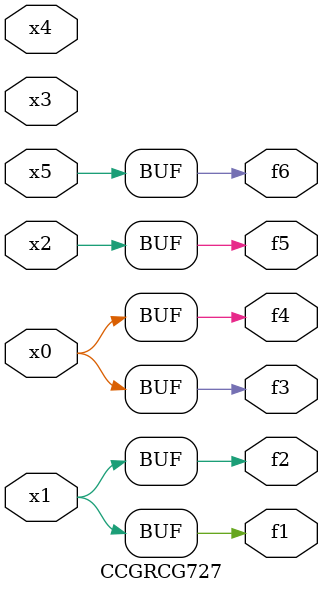
<source format=v>
module CCGRCG727(
	input x0, x1, x2, x3, x4, x5,
	output f1, f2, f3, f4, f5, f6
);
	assign f1 = x1;
	assign f2 = x1;
	assign f3 = x0;
	assign f4 = x0;
	assign f5 = x2;
	assign f6 = x5;
endmodule

</source>
